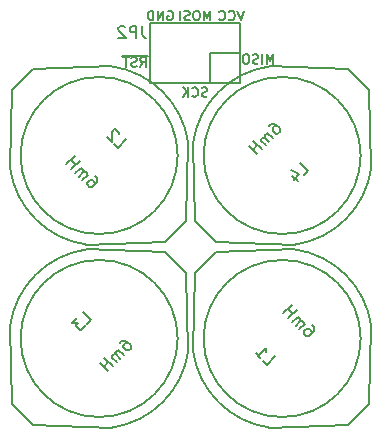
<source format=gbo>
G04 #@! TF.FileFunction,Legend,Bot*
%FSLAX46Y46*%
G04 Gerber Fmt 4.6, Leading zero omitted, Abs format (unit mm)*
G04 Created by KiCad (PCBNEW (2015-03-02 BZR 5466)-product) date Fri 06 Mar 2015 00:37:45 GMT*
%MOMM*%
G01*
G04 APERTURE LIST*
%ADD10C,0.100000*%
%ADD11C,0.150000*%
G04 APERTURE END LIST*
D10*
D11*
X93148095Y-67925905D02*
X93414762Y-67544952D01*
X93605238Y-67925905D02*
X93605238Y-67125905D01*
X93300476Y-67125905D01*
X93224285Y-67164000D01*
X93186190Y-67202095D01*
X93148095Y-67278286D01*
X93148095Y-67392571D01*
X93186190Y-67468762D01*
X93224285Y-67506857D01*
X93300476Y-67544952D01*
X93605238Y-67544952D01*
X92843333Y-67887810D02*
X92729047Y-67925905D01*
X92538571Y-67925905D01*
X92462381Y-67887810D01*
X92424285Y-67849714D01*
X92386190Y-67773524D01*
X92386190Y-67697333D01*
X92424285Y-67621143D01*
X92462381Y-67583048D01*
X92538571Y-67544952D01*
X92690952Y-67506857D01*
X92767143Y-67468762D01*
X92805238Y-67430667D01*
X92843333Y-67354476D01*
X92843333Y-67278286D01*
X92805238Y-67202095D01*
X92767143Y-67164000D01*
X92690952Y-67125905D01*
X92500476Y-67125905D01*
X92386190Y-67164000D01*
X92157619Y-67125905D02*
X91700476Y-67125905D01*
X91929047Y-67925905D02*
X91929047Y-67125905D01*
X93795714Y-66988000D02*
X91624285Y-66988000D01*
X98818571Y-70427810D02*
X98704285Y-70465905D01*
X98513809Y-70465905D01*
X98437619Y-70427810D01*
X98399523Y-70389714D01*
X98361428Y-70313524D01*
X98361428Y-70237333D01*
X98399523Y-70161143D01*
X98437619Y-70123048D01*
X98513809Y-70084952D01*
X98666190Y-70046857D01*
X98742381Y-70008762D01*
X98780476Y-69970667D01*
X98818571Y-69894476D01*
X98818571Y-69818286D01*
X98780476Y-69742095D01*
X98742381Y-69704000D01*
X98666190Y-69665905D01*
X98475714Y-69665905D01*
X98361428Y-69704000D01*
X97561428Y-70389714D02*
X97599523Y-70427810D01*
X97713809Y-70465905D01*
X97789999Y-70465905D01*
X97904285Y-70427810D01*
X97980476Y-70351619D01*
X98018571Y-70275429D01*
X98056666Y-70123048D01*
X98056666Y-70008762D01*
X98018571Y-69856381D01*
X97980476Y-69780190D01*
X97904285Y-69704000D01*
X97789999Y-69665905D01*
X97713809Y-69665905D01*
X97599523Y-69704000D01*
X97561428Y-69742095D01*
X97218571Y-70465905D02*
X97218571Y-69665905D01*
X96761428Y-70465905D02*
X97104285Y-70008762D01*
X96761428Y-69665905D02*
X97218571Y-70123048D01*
X104381143Y-67671905D02*
X104381143Y-66871905D01*
X104114476Y-67443333D01*
X103847809Y-66871905D01*
X103847809Y-67671905D01*
X103466857Y-67671905D02*
X103466857Y-66871905D01*
X103124000Y-67633810D02*
X103009714Y-67671905D01*
X102819238Y-67671905D01*
X102743048Y-67633810D01*
X102704952Y-67595714D01*
X102666857Y-67519524D01*
X102666857Y-67443333D01*
X102704952Y-67367143D01*
X102743048Y-67329048D01*
X102819238Y-67290952D01*
X102971619Y-67252857D01*
X103047810Y-67214762D01*
X103085905Y-67176667D01*
X103124000Y-67100476D01*
X103124000Y-67024286D01*
X103085905Y-66948095D01*
X103047810Y-66910000D01*
X102971619Y-66871905D01*
X102781143Y-66871905D01*
X102666857Y-66910000D01*
X102171619Y-66871905D02*
X102019238Y-66871905D01*
X101943047Y-66910000D01*
X101866857Y-66986190D01*
X101828762Y-67138571D01*
X101828762Y-67405238D01*
X101866857Y-67557619D01*
X101943047Y-67633810D01*
X102019238Y-67671905D01*
X102171619Y-67671905D01*
X102247809Y-67633810D01*
X102324000Y-67557619D01*
X102362095Y-67405238D01*
X102362095Y-67138571D01*
X102324000Y-66986190D01*
X102247809Y-66910000D01*
X102171619Y-66871905D01*
X95478523Y-63227000D02*
X95554714Y-63188905D01*
X95668999Y-63188905D01*
X95783285Y-63227000D01*
X95859476Y-63303190D01*
X95897571Y-63379381D01*
X95935666Y-63531762D01*
X95935666Y-63646048D01*
X95897571Y-63798429D01*
X95859476Y-63874619D01*
X95783285Y-63950810D01*
X95668999Y-63988905D01*
X95592809Y-63988905D01*
X95478523Y-63950810D01*
X95440428Y-63912714D01*
X95440428Y-63646048D01*
X95592809Y-63646048D01*
X95097571Y-63988905D02*
X95097571Y-63188905D01*
X94640428Y-63988905D01*
X94640428Y-63188905D01*
X94259476Y-63988905D02*
X94259476Y-63188905D01*
X94069000Y-63188905D01*
X93954714Y-63227000D01*
X93878523Y-63303190D01*
X93840428Y-63379381D01*
X93802333Y-63531762D01*
X93802333Y-63646048D01*
X93840428Y-63798429D01*
X93878523Y-63874619D01*
X93954714Y-63950810D01*
X94069000Y-63988905D01*
X94259476Y-63988905D01*
X99047143Y-63988905D02*
X99047143Y-63188905D01*
X98780476Y-63760333D01*
X98513809Y-63188905D01*
X98513809Y-63988905D01*
X97980476Y-63188905D02*
X97828095Y-63188905D01*
X97751904Y-63227000D01*
X97675714Y-63303190D01*
X97637619Y-63455571D01*
X97637619Y-63722238D01*
X97675714Y-63874619D01*
X97751904Y-63950810D01*
X97828095Y-63988905D01*
X97980476Y-63988905D01*
X98056666Y-63950810D01*
X98132857Y-63874619D01*
X98170952Y-63722238D01*
X98170952Y-63455571D01*
X98132857Y-63303190D01*
X98056666Y-63227000D01*
X97980476Y-63188905D01*
X97332857Y-63950810D02*
X97218571Y-63988905D01*
X97028095Y-63988905D01*
X96951905Y-63950810D01*
X96913809Y-63912714D01*
X96875714Y-63836524D01*
X96875714Y-63760333D01*
X96913809Y-63684143D01*
X96951905Y-63646048D01*
X97028095Y-63607952D01*
X97180476Y-63569857D01*
X97256667Y-63531762D01*
X97294762Y-63493667D01*
X97332857Y-63417476D01*
X97332857Y-63341286D01*
X97294762Y-63265095D01*
X97256667Y-63227000D01*
X97180476Y-63188905D01*
X96990000Y-63188905D01*
X96875714Y-63227000D01*
X96532857Y-63988905D02*
X96532857Y-63188905D01*
X101904667Y-63188905D02*
X101638000Y-63988905D01*
X101371333Y-63188905D01*
X100647524Y-63912714D02*
X100685619Y-63950810D01*
X100799905Y-63988905D01*
X100876095Y-63988905D01*
X100990381Y-63950810D01*
X101066572Y-63874619D01*
X101104667Y-63798429D01*
X101142762Y-63646048D01*
X101142762Y-63531762D01*
X101104667Y-63379381D01*
X101066572Y-63303190D01*
X100990381Y-63227000D01*
X100876095Y-63188905D01*
X100799905Y-63188905D01*
X100685619Y-63227000D01*
X100647524Y-63265095D01*
X99847524Y-63912714D02*
X99885619Y-63950810D01*
X99999905Y-63988905D01*
X100076095Y-63988905D01*
X100190381Y-63950810D01*
X100266572Y-63874619D01*
X100304667Y-63798429D01*
X100342762Y-63646048D01*
X100342762Y-63531762D01*
X100304667Y-63379381D01*
X100266572Y-63303190D01*
X100190381Y-63227000D01*
X100076095Y-63188905D01*
X99999905Y-63188905D01*
X99885619Y-63227000D01*
X99847524Y-63265095D01*
X101600000Y-66802000D02*
X99060000Y-66802000D01*
X99060000Y-66802000D02*
X99060000Y-69342000D01*
X101600000Y-69342000D02*
X93980000Y-69342000D01*
X93980000Y-69342000D02*
X93980000Y-64262000D01*
X93980000Y-64262000D02*
X99060000Y-64262000D01*
X101600000Y-69342000D02*
X101600000Y-66802000D01*
X101600000Y-64262000D02*
X101600000Y-66802000D01*
X99060000Y-64262000D02*
X101600000Y-64262000D01*
X96312000Y-90932000D02*
G75*
G03X96312000Y-90932000I-6650000J0D01*
G01*
X82113769Y-89888638D02*
G75*
G02X88584369Y-83388585I7548231J-1043362D01*
G01*
X97210231Y-91975362D02*
G75*
G02X90739631Y-98475415I-7548231J1043362D01*
G01*
X88584369Y-83388585D02*
X95229759Y-83568190D01*
X82118585Y-89854369D02*
X82298190Y-96499759D01*
X84094241Y-98295810D02*
X90739631Y-98475415D01*
X97205415Y-92009631D02*
X97025810Y-85364241D01*
X97025810Y-85364241D02*
X95229759Y-83568190D01*
X84094241Y-98295810D02*
X82298190Y-96499759D01*
X111806000Y-90932000D02*
G75*
G03X111806000Y-90932000I-6650000J0D01*
G01*
X104112638Y-98480231D02*
G75*
G02X97612585Y-92009631I1043362J7548231D01*
G01*
X106199362Y-83383769D02*
G75*
G02X112699415Y-89854369I-1043362J-7548231D01*
G01*
X97612585Y-92009631D02*
X97792190Y-85364241D01*
X104078369Y-98475415D02*
X110723759Y-98295810D01*
X112519810Y-96499759D02*
X112699415Y-89854369D01*
X106233631Y-83388585D02*
X99588241Y-83568190D01*
X99588241Y-83568190D02*
X97792190Y-85364241D01*
X112519810Y-96499759D02*
X110723759Y-98295810D01*
X111806000Y-75438000D02*
G75*
G03X111806000Y-75438000I-6650000J0D01*
G01*
X112704231Y-76481362D02*
G75*
G02X106233631Y-82981415I-7548231J1043362D01*
G01*
X97607769Y-74394638D02*
G75*
G02X104078369Y-67894585I7548231J-1043362D01*
G01*
X106233631Y-82981415D02*
X99588241Y-82801810D01*
X112699415Y-76515631D02*
X112519810Y-69870241D01*
X110723759Y-68074190D02*
X104078369Y-67894585D01*
X97612585Y-74360369D02*
X97792190Y-81005759D01*
X97792190Y-81005759D02*
X99588241Y-82801810D01*
X110723759Y-68074190D02*
X112519810Y-69870241D01*
X96312000Y-75438000D02*
G75*
G03X96312000Y-75438000I-6650000J0D01*
G01*
X90705362Y-67889769D02*
G75*
G02X97205415Y-74360369I-1043362J-7548231D01*
G01*
X88618638Y-82986231D02*
G75*
G02X82118585Y-76515631I1043362J7548231D01*
G01*
X97205415Y-74360369D02*
X97025810Y-81005759D01*
X90739631Y-67894585D02*
X84094241Y-68074190D01*
X82298190Y-69870241D02*
X82118585Y-76515631D01*
X88584369Y-82981415D02*
X95229759Y-82801810D01*
X95229759Y-82801810D02*
X97025810Y-81005759D01*
X82298190Y-69870241D02*
X84094241Y-68074190D01*
X93289333Y-64476381D02*
X93289333Y-65190667D01*
X93336953Y-65333524D01*
X93432191Y-65428762D01*
X93575048Y-65476381D01*
X93670286Y-65476381D01*
X92813143Y-65476381D02*
X92813143Y-64476381D01*
X92432190Y-64476381D01*
X92336952Y-64524000D01*
X92289333Y-64571619D01*
X92241714Y-64666857D01*
X92241714Y-64809714D01*
X92289333Y-64904952D01*
X92336952Y-64952571D01*
X92432190Y-65000190D01*
X92813143Y-65000190D01*
X91860762Y-64571619D02*
X91813143Y-64524000D01*
X91717905Y-64476381D01*
X91479809Y-64476381D01*
X91384571Y-64524000D01*
X91336952Y-64571619D01*
X91289333Y-64666857D01*
X91289333Y-64762095D01*
X91336952Y-64904952D01*
X91908381Y-65476381D01*
X91289333Y-65476381D01*
X88662891Y-89697190D02*
X88999609Y-89360472D01*
X88292502Y-88653365D01*
X87787426Y-89158442D02*
X87349693Y-89596175D01*
X87854769Y-89629846D01*
X87753754Y-89730862D01*
X87720082Y-89831877D01*
X87720082Y-89899220D01*
X87753754Y-90000236D01*
X87922113Y-90168595D01*
X88023128Y-90202266D01*
X88090471Y-90202266D01*
X88191487Y-90168595D01*
X88393518Y-89966564D01*
X88427189Y-89865549D01*
X88427189Y-89798205D01*
X91418722Y-91274510D02*
X91553410Y-91139822D01*
X91654425Y-91106151D01*
X91721768Y-91106151D01*
X91890127Y-91139822D01*
X92058485Y-91240837D01*
X92327860Y-91510212D01*
X92361531Y-91611227D01*
X92361531Y-91678570D01*
X92327860Y-91779586D01*
X92193172Y-91914273D01*
X92092157Y-91947945D01*
X92024814Y-91947945D01*
X91923798Y-91914273D01*
X91755440Y-91745915D01*
X91721767Y-91644899D01*
X91721767Y-91577555D01*
X91755439Y-91476540D01*
X91890127Y-91341853D01*
X91991142Y-91308181D01*
X92058485Y-91308181D01*
X92159501Y-91341853D01*
X91755440Y-92352005D02*
X91284035Y-91880601D01*
X91351379Y-91947944D02*
X91284035Y-91947944D01*
X91183020Y-91981616D01*
X91082004Y-92082632D01*
X91048332Y-92183647D01*
X91082004Y-92284662D01*
X91452394Y-92655052D01*
X91082004Y-92284662D02*
X90980989Y-92250990D01*
X90879974Y-92284662D01*
X90778959Y-92385677D01*
X90745287Y-92486692D01*
X90778959Y-92587708D01*
X91149348Y-92958097D01*
X90812631Y-93294814D02*
X90105524Y-92587708D01*
X90442241Y-92924425D02*
X90038180Y-93328486D01*
X90408570Y-93698876D02*
X89701463Y-92991769D01*
X103517128Y-92806573D02*
X103853846Y-93143291D01*
X104560953Y-92436184D01*
X102911036Y-92200482D02*
X103315098Y-92604543D01*
X103113067Y-92402513D02*
X103820174Y-91695406D01*
X103786502Y-91863765D01*
X103786502Y-91998451D01*
X103820174Y-92099467D01*
X107687172Y-89815040D02*
X107821860Y-89949728D01*
X107855531Y-90050743D01*
X107855531Y-90118086D01*
X107821860Y-90286445D01*
X107720845Y-90454803D01*
X107451470Y-90724178D01*
X107350455Y-90757849D01*
X107283112Y-90757849D01*
X107182096Y-90724178D01*
X107047409Y-90589490D01*
X107013737Y-90488475D01*
X107013737Y-90421132D01*
X107047409Y-90320116D01*
X107215767Y-90151758D01*
X107316783Y-90118085D01*
X107384127Y-90118085D01*
X107485142Y-90151757D01*
X107619829Y-90286445D01*
X107653501Y-90387460D01*
X107653501Y-90454803D01*
X107619829Y-90555819D01*
X106609677Y-90151758D02*
X107081081Y-89680353D01*
X107013738Y-89747697D02*
X107013738Y-89680353D01*
X106980066Y-89579338D01*
X106879050Y-89478322D01*
X106778035Y-89444650D01*
X106677020Y-89478322D01*
X106306630Y-89848712D01*
X106677020Y-89478322D02*
X106710692Y-89377307D01*
X106677020Y-89276292D01*
X106576005Y-89175277D01*
X106474990Y-89141605D01*
X106373974Y-89175277D01*
X106003585Y-89545666D01*
X105666868Y-89208949D02*
X106373974Y-88501842D01*
X106037257Y-88838559D02*
X105633196Y-88434498D01*
X105262806Y-88804888D02*
X105969913Y-88097781D01*
X107030573Y-77076872D02*
X107367291Y-76740154D01*
X106660184Y-76033047D01*
X106020420Y-77144215D02*
X106491825Y-77615620D01*
X105919406Y-76706482D02*
X106592841Y-77043200D01*
X106155108Y-77480933D01*
X104039040Y-72906828D02*
X104173728Y-72772140D01*
X104274743Y-72738469D01*
X104342086Y-72738469D01*
X104510445Y-72772140D01*
X104678803Y-72873155D01*
X104948178Y-73142530D01*
X104981849Y-73243545D01*
X104981849Y-73310888D01*
X104948178Y-73411904D01*
X104813490Y-73546591D01*
X104712475Y-73580263D01*
X104645132Y-73580263D01*
X104544116Y-73546591D01*
X104375758Y-73378233D01*
X104342085Y-73277217D01*
X104342085Y-73209873D01*
X104375757Y-73108858D01*
X104510445Y-72974171D01*
X104611460Y-72940499D01*
X104678803Y-72940499D01*
X104779819Y-72974171D01*
X104375758Y-73984323D02*
X103904353Y-73512919D01*
X103971697Y-73580262D02*
X103904353Y-73580262D01*
X103803338Y-73613934D01*
X103702322Y-73714950D01*
X103668650Y-73815965D01*
X103702322Y-73916980D01*
X104072712Y-74287370D01*
X103702322Y-73916980D02*
X103601307Y-73883308D01*
X103500292Y-73916980D01*
X103399277Y-74017995D01*
X103365605Y-74119010D01*
X103399277Y-74220026D01*
X103769666Y-74590415D01*
X103432949Y-74927132D02*
X102725842Y-74220026D01*
X103062559Y-74556743D02*
X102658498Y-74960804D01*
X103028888Y-75331194D02*
X102321781Y-74624087D01*
X90896810Y-74438891D02*
X91233528Y-74775609D01*
X91940635Y-74068502D01*
X91334543Y-73597098D02*
X91334543Y-73529754D01*
X91300871Y-73428739D01*
X91132512Y-73260380D01*
X91031497Y-73226708D01*
X90964153Y-73226708D01*
X90863138Y-73260380D01*
X90795795Y-73327723D01*
X90728451Y-73462410D01*
X90728451Y-74270533D01*
X90290718Y-73832800D01*
X89319490Y-77194722D02*
X89454178Y-77329410D01*
X89487849Y-77430425D01*
X89487849Y-77497768D01*
X89454178Y-77666127D01*
X89353163Y-77834485D01*
X89083788Y-78103860D01*
X88982773Y-78137531D01*
X88915430Y-78137531D01*
X88814414Y-78103860D01*
X88679727Y-77969172D01*
X88646055Y-77868157D01*
X88646055Y-77800814D01*
X88679727Y-77699798D01*
X88848085Y-77531440D01*
X88949101Y-77497767D01*
X89016445Y-77497767D01*
X89117460Y-77531439D01*
X89252147Y-77666127D01*
X89285819Y-77767142D01*
X89285819Y-77834485D01*
X89252147Y-77935501D01*
X88241995Y-77531440D02*
X88713399Y-77060035D01*
X88646056Y-77127379D02*
X88646056Y-77060035D01*
X88612384Y-76959020D01*
X88511368Y-76858004D01*
X88410353Y-76824332D01*
X88309338Y-76858004D01*
X87938948Y-77228394D01*
X88309338Y-76858004D02*
X88343010Y-76756989D01*
X88309338Y-76655974D01*
X88208323Y-76554959D01*
X88107308Y-76521287D01*
X88006292Y-76554959D01*
X87635903Y-76925348D01*
X87299186Y-76588631D02*
X88006292Y-75881524D01*
X87669575Y-76218241D02*
X87265514Y-75814180D01*
X86895124Y-76184570D02*
X87602231Y-75477463D01*
M02*

</source>
